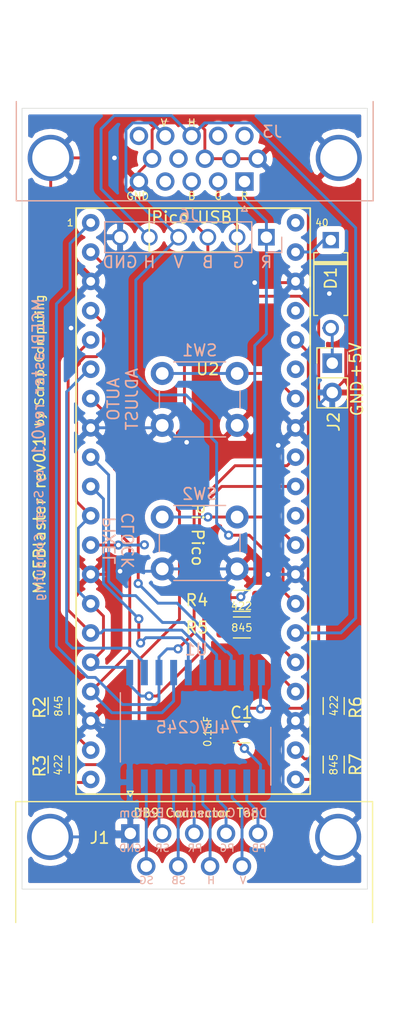
<source format=kicad_pcb>
(kicad_pcb (version 20171130) (host pcbnew 5.1.9+dfsg1-1+deb11u1)
  (layers (0 F.Cu signal) (31 B.Cu signal) (34 B.Paste user) (35 F.Paste user) (36 B.SilkS user) (37 F.SilkS user) (38 B.Mask user) (39 F.Mask user) (44 Edge.Cuts user))
  (net 0 "")
  (net 1 GND)
  (net 2 +5V)
  (net 3 +3V3)
  (net 4 "Net-(D1-Pad2)")
  (net 5 TTL_V)
  (net 6 TTL_H)
  (net 7 TTL_SB)
  (net 8 TTL_SG)
  (net 9 TTL_PB)
  (net 10 TTL_PG)
  (net 11 TTL_PR)
  (net 12 V)
  (net 13 "Net-(R2-Pad2)")
  (net 14 "Net-(R3-Pad2)")
  (net 15 "Net-(R4-Pad2)")
  (net 16 "Net-(R5-Pad2)")
  (net 17 "Net-(R6-Pad2)")
  (net 18 "Net-(R7-Pad2)")
  (net 19 AUTO_ADJUST)
  (net 20 H)
  (net 21 PR)
  (net 22 SR)
  (net 23 PG)
  (net 24 SG_INT)
  (net 25 PB)
  (net 26 SB)
  (net 27 TTL_SR)
  (net 28 VGA_V)
  (net 29 VGA_H)
  (net 30 VGA_B)
  (net 31 VGA_G)
  (net 32 VGA_R)
  (net 33 PX_CLK_BTN)
  (module Package_SO:SO-20_12.8x7.5mm_P1.27mm (layer B.Cu) (at 125.4252 62.8142 90)
    (fp_text reference U1 (at 6.7564 0.0508) (layer B.SilkS) (effects (justify mirror)))
    (fp_text value 74LS245)
    (pad 20 smd rect (at 4.75 5.715 90) (size 2.2 0.6) (layers B.Cu B.Paste B.Mask) (net 3 +3V3))
    (pad 19 smd rect (at 4.75 4.445 90) (size 2.2 0.6) (layers B.Cu B.Paste B.Mask) (net 1 GND))
    (pad 18 smd rect (at 4.75 3.175 90) (size 2.2 0.6) (layers B.Cu B.Paste B.Mask) (net 25 PB))
    (pad 17 smd rect (at 4.75 1.905 90) (size 2.2 0.6) (layers B.Cu B.Paste B.Mask) (net 12 V))
    (pad 16 smd rect (at 4.75 0.635 90) (size 2.2 0.6) (layers B.Cu B.Paste B.Mask) (net 23 PG))
    (pad 15 smd rect (at 4.75 -0.635 90) (size 2.2 0.6) (layers B.Cu B.Paste B.Mask) (net 20 H))
    (pad 14 smd rect (at 4.75 -1.905 90) (size 2.2 0.6) (layers B.Cu B.Paste B.Mask) (net 21 PR))
    (pad 13 smd rect (at 4.75 -3.175 90) (size 2.2 0.6) (layers B.Cu B.Paste B.Mask) (net 26 SB))
    (pad 12 smd rect (at 4.75 -4.445 90) (size 2.2 0.6) (layers B.Cu B.Paste B.Mask) (net 22 SR))
    (pad 11 smd rect (at 4.75 -5.715 90) (size 2.2 0.6) (layers B.Cu B.Paste B.Mask) (net 24 SG_INT))
    (pad 10 smd rect (at -4.75 -5.715 90) (size 2.2 0.6) (layers B.Cu B.Paste B.Mask) (net 1 GND))
    (pad 9 smd rect (at -4.75 -4.445 90) (size 2.2 0.6) (layers B.Cu B.Paste B.Mask) (net 8 TTL_SG))
    (pad 8 smd rect (at -4.75 -3.175 90) (size 2.2 0.6) (layers B.Cu B.Paste B.Mask) (net 27 TTL_SR))
    (pad 7 smd rect (at -4.75 -1.905 90) (size 2.2 0.6) (layers B.Cu B.Paste B.Mask) (net 7 TTL_SB))
    (pad 1 smd rect (at -4.75 5.715 90) (size 2.2 0.6) (layers B.Cu B.Paste B.Mask) (net 3 +3V3))
    (pad 2 smd rect (at -4.75 4.445 90) (size 2.2 0.6) (layers B.Cu B.Paste B.Mask) (net 9 TTL_PB))
    (pad 3 smd rect (at -4.75 3.175 90) (size 2.2 0.6) (layers B.Cu B.Paste B.Mask) (net 5 TTL_V))
    (pad 4 smd rect (at -4.75 1.905 90) (size 2.2 0.6) (layers B.Cu B.Paste B.Mask) (net 10 TTL_PG))
    (pad 5 smd rect (at -4.75 0.635 90) (size 2.2 0.6) (layers B.Cu B.Paste B.Mask) (net 6 TTL_H))
    (pad 6 smd rect (at -4.75 -0.635 90) (size 2.2 0.6) (layers B.Cu B.Paste B.Mask) (net 11 TTL_PR))
  )
  (module Button_Switch_THT:SW_PUSH_6mm (layer B.Cu) (at 129.032 44.577 180)
    (fp_text reference SW2 (at 3.25 2) (layer B.SilkS) (effects (justify mirror)))
    (fp_text value PX_CLK_BTN)
    (pad 1 thru_hole circle (at 6.5 0 90) (size 2 2) (drill 1.1) (layers *.Cu *.Mask) (net 33 PX_CLK_BTN))
    (pad 2 thru_hole circle (at 6.5 -4.5 90) (size 2 2) (drill 1.1) (layers *.Cu *.Mask) (net 1 GND))
    (pad 1 thru_hole circle (at 0 0 90) (size 2 2) (drill 1.1) (layers *.Cu *.Mask) (net 33 PX_CLK_BTN))
    (pad 2 thru_hole circle (at 0 -4.5 90) (size 2 2) (drill 1.1) (layers *.Cu *.Mask) (net 1 GND))
  )
  (module MCEBlaster:raspberry_pi_pico (layer F.Cu) (at 116.32438 19.06778)
    (fp_text reference U2 (at 10.16 12.7) (layer F.SilkS))
    (fp_text value RaspberryPi_Pico)
    (fp_text user 40 (at 20.066 0) (layer F.SilkS) (effects (font (size 0.6 0.6) (thickness 0.1))))
    (fp_text user 1 (at -1.778 0) (layer F.SilkS) (effects (font (size 0.6 0.6) (thickness 0.1))))
    (pad 1 thru_hole circle (at 0 0) (size 1.524 1.524) (drill 0.762) (layers *.Cu *.Mask) (net 26 SB))
    (pad 40 thru_hole circle (at 17.78 0) (size 1.524 1.524) (drill 0.762) (layers *.Cu *.Mask))
    (pad 39 thru_hole circle (at 17.78 2.54) (size 1.524 1.524) (drill 0.762) (layers *.Cu *.Mask) (net 2 +5V))
    (pad 38 thru_hole circle (at 17.78 5.08) (size 1.524 1.524) (drill 0.762) (layers *.Cu *.Mask) (net 1 GND))
    (pad 37 thru_hole circle (at 17.78 7.62) (size 1.524 1.524) (drill 0.762) (layers *.Cu *.Mask))
    (pad 36 thru_hole circle (at 17.78 10.16) (size 1.524 1.524) (drill 0.762) (layers *.Cu *.Mask) (net 3 +3V3))
    (pad 35 thru_hole circle (at 17.78 12.7) (size 1.524 1.524) (drill 0.762) (layers *.Cu *.Mask))
    (pad 34 thru_hole circle (at 17.78 15.24) (size 1.524 1.524) (drill 0.762) (layers *.Cu *.Mask) (net 19 AUTO_ADJUST))
    (pad 33 thru_hole circle (at 17.78 17.78) (size 1.524 1.524) (drill 0.762) (layers *.Cu *.Mask) (net 1 GND))
    (pad 32 thru_hole circle (at 17.78 20.32) (size 1.524 1.524) (drill 0.762) (layers *.Cu *.Mask) (net 26 SB))
    (pad 31 thru_hole circle (at 17.78 22.86) (size 1.524 1.524) (drill 0.762) (layers *.Cu *.Mask) (net 24 SG_INT))
    (pad 30 thru_hole circle (at 17.78 25.4) (size 1.524 1.524) (drill 0.762) (layers *.Cu *.Mask))
    (pad 29 thru_hole circle (at 17.78 27.94) (size 1.524 1.524) (drill 0.762) (layers *.Cu *.Mask) (net 33 PX_CLK_BTN))
    (pad 28 thru_hole circle (at 17.78 30.48) (size 1.524 1.524) (drill 0.762) (layers *.Cu *.Mask) (net 1 GND))
    (pad 27 thru_hole circle (at 17.78 33.02) (size 1.524 1.524) (drill 0.762) (layers *.Cu *.Mask) (net 28 VGA_V))
    (pad 26 thru_hole circle (at 17.78 35.56) (size 1.524 1.524) (drill 0.762) (layers *.Cu *.Mask) (net 29 VGA_H))
    (pad 25 thru_hole circle (at 17.78 38.1) (size 1.524 1.524) (drill 0.762) (layers *.Cu *.Mask) (net 15 "Net-(R4-Pad2)"))
    (pad 24 thru_hole circle (at 17.78 40.64) (size 1.524 1.524) (drill 0.762) (layers *.Cu *.Mask) (net 16 "Net-(R5-Pad2)"))
    (pad 23 thru_hole circle (at 17.78 43.18) (size 1.524 1.524) (drill 0.762) (layers *.Cu *.Mask) (net 1 GND))
    (pad 22 thru_hole circle (at 17.78 45.72) (size 1.524 1.524) (drill 0.762) (layers *.Cu *.Mask) (net 17 "Net-(R6-Pad2)"))
    (pad 21 thru_hole circle (at 17.78 48.26) (size 1.524 1.524) (drill 0.762) (layers *.Cu *.Mask) (net 18 "Net-(R7-Pad2)"))
    (pad 20 thru_hole circle (at 0 48.26) (size 1.524 1.524) (drill 0.762) (layers *.Cu *.Mask) (net 14 "Net-(R3-Pad2)"))
    (pad 19 thru_hole circle (at 0 45.72) (size 1.524 1.524) (drill 0.762) (layers *.Cu *.Mask) (net 13 "Net-(R2-Pad2)"))
    (pad 18 thru_hole circle (at 0 43.18) (size 1.524 1.524) (drill 0.762) (layers *.Cu *.Mask) (net 1 GND))
    (pad 17 thru_hole circle (at 0 40.64) (size 1.524 1.524) (drill 0.762) (layers *.Cu *.Mask) (net 21 PR))
    (pad 16 thru_hole circle (at 0 38.1) (size 1.524 1.524) (drill 0.762) (layers *.Cu *.Mask) (net 24 SG_INT))
    (pad 15 thru_hole circle (at 0 35.56) (size 1.524 1.524) (drill 0.762) (layers *.Cu *.Mask) (net 23 PG))
    (pad 14 thru_hole circle (at 0 33.02) (size 1.524 1.524) (drill 0.762) (layers *.Cu *.Mask) (net 24 SG_INT))
    (pad 13 thru_hole circle (at 0 30.48) (size 1.524 1.524) (drill 0.762) (layers *.Cu *.Mask) (net 1 GND))
    (pad 12 thru_hole circle (at 0 27.94) (size 1.524 1.524) (drill 0.762) (layers *.Cu *.Mask) (net 25 PB))
    (pad 11 thru_hole circle (at 0 25.4) (size 1.524 1.524) (drill 0.762) (layers *.Cu *.Mask) (net 24 SG_INT))
    (pad 10 thru_hole circle (at 0 22.86) (size 1.524 1.524) (drill 0.762) (layers *.Cu *.Mask) (net 20 H))
    (pad 9 thru_hole circle (at 0 20.32) (size 1.524 1.524) (drill 0.762) (layers *.Cu *.Mask) (net 12 V))
    (pad 8 thru_hole circle (at 0 17.78) (size 1.524 1.524) (drill 0.762) (layers *.Cu *.Mask) (net 1 GND))
    (pad 7 thru_hole circle (at 0 15.24) (size 1.524 1.524) (drill 0.762) (layers *.Cu *.Mask) (net 21 PR))
    (pad 6 thru_hole circle (at 0 12.7) (size 1.524 1.524) (drill 0.762) (layers *.Cu *.Mask) (net 22 SR))
    (pad 5 thru_hole circle (at 0 10.16) (size 1.524 1.524) (drill 0.762) (layers *.Cu *.Mask) (net 23 PG))
    (pad 4 thru_hole circle (at 0 7.62) (size 1.524 1.524) (drill 0.762) (layers *.Cu *.Mask) (net 24 SG_INT))
    (pad 3 thru_hole circle (at 0 5.08) (size 1.524 1.524) (drill 0.762) (layers *.Cu *.Mask) (net 1 GND))
    (pad 2 thru_hole circle (at 0 2.54) (size 1.524 1.524) (drill 0.762) (layers *.Cu *.Mask) (net 25 PB))
  )
  (module Button_Switch_THT:SW_PUSH_6mm (layer B.Cu) (at 129.032 32.131 180)
    (fp_text reference SW1 (at 3.25 2) (layer B.SilkS) (effects (justify mirror)))
    (fp_text value AUTO_ADJUST)
    (pad 1 thru_hole circle (at 6.5 0 90) (size 2 2) (drill 1.1) (layers *.Cu *.Mask) (net 19 AUTO_ADJUST))
    (pad 2 thru_hole circle (at 6.5 -4.5 90) (size 2 2) (drill 1.1) (layers *.Cu *.Mask) (net 1 GND))
    (pad 1 thru_hole circle (at 0 0 90) (size 2 2) (drill 1.1) (layers *.Cu *.Mask) (net 19 AUTO_ADJUST))
    (pad 2 thru_hole circle (at 0 -4.5 90) (size 2 2) (drill 1.1) (layers *.Cu *.Mask) (net 1 GND))
  )
  (module Resistor_SMD:R_1206_3216Metric_Pad1.30x1.75mm_HandSolder (layer F.Cu) (at 129.4384 54.1528)
    (fp_text reference R5 (at -3.89636 0.01524 180) (layer F.SilkS))
    (fp_text value 845)
    (pad 2 smd roundrect (at 1.55 0) (size 1.3 1.75) (layers F.Cu F.Paste F.Mask) (roundrect_rratio 0.192308) (net 16 "Net-(R5-Pad2)"))
    (pad 1 smd roundrect (at -1.55 0) (size 1.3 1.75) (layers F.Cu F.Paste F.Mask) (roundrect_rratio 0.192308) (net 32 VGA_R))
  )
  (module Resistor_SMD:R_1206_3216Metric_Pad1.30x1.75mm_HandSolder (layer F.Cu) (at 137.414 66.04 270)
    (fp_text reference R7 (at 0 -1.905 270) (layer F.SilkS))
    (fp_text value 845)
    (pad 2 smd roundrect (at 1.55 0 270) (size 1.3 1.75) (layers F.Cu F.Paste F.Mask) (roundrect_rratio 0.192308) (net 18 "Net-(R7-Pad2)"))
    (pad 1 smd roundrect (at -1.55 0 270) (size 1.3 1.75) (layers F.Cu F.Paste F.Mask) (roundrect_rratio 0.192308) (net 31 VGA_G))
  )
  (module Connector_PinHeader_2.54mm:PinHeader_1x02_P2.54mm_Vertical (layer F.Cu) (at 137.287 31.242)
    (fp_text reference J2 (at 0.127 5.08 90) (layer F.SilkS))
    (fp_text value Conn_01x02_Male)
    (pad 2 thru_hole oval (at 0 2.54) (size 1.7 1.7) (drill 1) (layers *.Cu *.Mask) (net 1 GND))
    (pad 1 thru_hole rect (at 0 0) (size 1.7 1.7) (drill 1) (layers *.Cu *.Mask) (net 4 "Net-(D1-Pad2)"))
  )
  (module Connector_PinHeader_2.54mm:PinHeader_1x06_P2.54mm_Vertical (layer B.Cu) (at 131.572 20.32 90)
    (fp_text reference J6 (at 1.905 -6.731) (layer B.SilkS) (effects (justify mirror)))
    (fp_text value Conn_01x06_Male)
    (pad 6 thru_hole oval (at 0 -12.7 90) (size 1.446 1.446) (drill 1) (layers *.Cu *.Mask) (net 1 GND))
    (pad 5 thru_hole oval (at 0 -10.16 90) (size 1.446 1.446) (drill 1) (layers *.Cu *.Mask) (net 29 VGA_H))
    (pad 4 thru_hole oval (at 0 -7.62 90) (size 1.446 1.446) (drill 1) (layers *.Cu *.Mask) (net 28 VGA_V))
    (pad 3 thru_hole oval (at 0 -5.08 90) (size 1.446 1.446) (drill 1) (layers *.Cu *.Mask) (net 30 VGA_B))
    (pad 2 thru_hole oval (at 0 -2.54 90) (size 1.446 1.446) (drill 1) (layers *.Cu *.Mask) (net 31 VGA_G))
    (pad 1 thru_hole rect (at 0 0 90) (size 1.446 1.446) (drill 1) (layers *.Cu *.Mask) (net 32 VGA_R))
  )
  (module Resistor_SMD:R_1206_3216Metric_Pad1.30x1.75mm_HandSolder (layer F.Cu) (at 113.538 60.96 90)
    (fp_text reference R2 (at -0.127 -1.651 90) (layer F.SilkS))
    (fp_text value 845)
    (pad 2 smd roundrect (at 1.55 0 90) (size 1.3 1.75) (layers F.Cu F.Paste F.Mask) (roundrect_rratio 0.192308) (net 13 "Net-(R2-Pad2)"))
    (pad 1 smd roundrect (at -1.55 0 90) (size 1.3 1.75) (layers F.Cu F.Paste F.Mask) (roundrect_rratio 0.192308) (net 30 VGA_B))
  )
  (module Resistor_SMD:R_1206_3216Metric_Pad1.30x1.75mm_HandSolder (layer F.Cu) (at 129.4384 51.8414)
    (fp_text reference R4 (at -3.89636 -0.0508 180) (layer F.SilkS))
    (fp_text value 422)
    (pad 2 smd roundrect (at 1.55 0) (size 1.3 1.75) (layers F.Cu F.Paste F.Mask) (roundrect_rratio 0.192308) (net 15 "Net-(R4-Pad2)"))
    (pad 1 smd roundrect (at -1.55 0) (size 1.3 1.75) (layers F.Cu F.Paste F.Mask) (roundrect_rratio 0.192308) (net 32 VGA_R))
  )
  (module Connector_Dsub:DSUB-9_Male_Horizontal_P2.77x2.84mm_EdgePinOffset4.94mm_Housed_MountingHolesOffset7.48mm (layer F.Cu) (at 119.761 72.009)
    (fp_text reference J1 (at -2.667 0.381) (layer F.SilkS))
    (fp_text value DB9_Male_MountingHoles)
    (pad 0 thru_hole circle (at 18.04 0.3) (size 4 4) (drill 3.2) (layers *.Cu *.Mask) (net 1 GND))
    (pad 0 thru_hole circle (at -6.96 0.3) (size 4 4) (drill 3.2) (layers *.Cu *.Mask) (net 1 GND))
    (pad 9 thru_hole circle (at 9.695 2.84) (size 1.6 1.6) (drill 1) (layers *.Cu *.Mask) (net 5 TTL_V))
    (pad 8 thru_hole circle (at 6.925 2.84) (size 1.6 1.6) (drill 1) (layers *.Cu *.Mask) (net 6 TTL_H))
    (pad 7 thru_hole circle (at 4.155 2.84) (size 1.6 1.6) (drill 1) (layers *.Cu *.Mask) (net 7 TTL_SB))
    (pad 6 thru_hole circle (at 1.385 2.84) (size 1.6 1.6) (drill 1) (layers *.Cu *.Mask) (net 8 TTL_SG))
    (pad 5 thru_hole circle (at 11.08 0) (size 1.6 1.6) (drill 1) (layers *.Cu *.Mask) (net 9 TTL_PB))
    (pad 4 thru_hole circle (at 8.31 0) (size 1.6 1.6) (drill 1) (layers *.Cu *.Mask) (net 10 TTL_PG))
    (pad 3 thru_hole circle (at 5.54 0) (size 1.6 1.6) (drill 1) (layers *.Cu *.Mask) (net 11 TTL_PR))
    (pad 2 thru_hole circle (at 2.77 0) (size 1.6 1.6) (drill 1) (layers *.Cu *.Mask) (net 27 TTL_SR))
    (pad 1 thru_hole rect (at 0 0) (size 1.6 1.6) (drill 1) (layers *.Cu *.Mask) (net 1 GND))
  )
  (module Resistor_SMD:R_1206_3216Metric_Pad1.30x1.75mm_HandSolder (layer F.Cu) (at 137.414 60.96 90)
    (fp_text reference R6 (at -0.127 1.905 90) (layer F.SilkS))
    (fp_text value 422)
    (pad 2 smd roundrect (at 1.55 0 90) (size 1.3 1.75) (layers F.Cu F.Paste F.Mask) (roundrect_rratio 0.192308) (net 17 "Net-(R6-Pad2)"))
    (pad 1 smd roundrect (at -1.55 0 90) (size 1.3 1.75) (layers F.Cu F.Paste F.Mask) (roundrect_rratio 0.192308) (net 31 VGA_G))
  )
  (module Resistor_SMD:R_1206_3216Metric_Pad1.30x1.75mm_HandSolder (layer F.Cu) (at 113.538 66.04 270)
    (fp_text reference R3 (at 0.127 1.651 90) (layer F.SilkS))
    (fp_text value 422)
    (pad 2 smd roundrect (at 1.55 0 270) (size 1.3 1.75) (layers F.Cu F.Paste F.Mask) (roundrect_rratio 0.192308) (net 14 "Net-(R3-Pad2)"))
    (pad 1 smd roundrect (at -1.55 0 270) (size 1.3 1.75) (layers F.Cu F.Paste F.Mask) (roundrect_rratio 0.192308) (net 30 VGA_B))
  )
  (module Connector_Dsub:DSUB-15-HD_Female_Horizontal_P2.29x1.98mm_EdgePinOffset3.03mm_Housed_MountingHolesOffset4.94mm (layer B.Cu) (at 129.667 15.494)
    (fp_text reference J3 (at 2.413 -4.318 180) (layer B.SilkS) (effects (justify mirror)))
    (fp_text value DB15_Male_HighDensity_MountingHoles)
    (pad 0 thru_hole circle (at 8.185 -2.05) (size 4 4) (drill 3.2) (layers *.Cu *.Mask) (net 1 GND))
    (pad 0 thru_hole circle (at -16.815 -2.05) (size 4 4) (drill 3.2) (layers *.Cu *.Mask) (net 1 GND))
    (pad 15 thru_hole circle (at -9.16 -3.96) (size 1.6 1.6) (drill 1) (layers *.Cu *.Mask))
    (pad 14 thru_hole circle (at -6.87 -3.96) (size 1.6 1.6) (drill 1) (layers *.Cu *.Mask) (net 28 VGA_V))
    (pad 13 thru_hole circle (at -4.58 -3.96) (size 1.6 1.6) (drill 1) (layers *.Cu *.Mask) (net 29 VGA_H))
    (pad 12 thru_hole circle (at -2.29 -3.96) (size 1.6 1.6) (drill 1) (layers *.Cu *.Mask))
    (pad 11 thru_hole circle (at 0 -3.96) (size 1.6 1.6) (drill 1) (layers *.Cu *.Mask))
    (pad 10 thru_hole circle (at -8.015 -1.98) (size 1.6 1.6) (drill 1) (layers *.Cu *.Mask) (net 1 GND))
    (pad 9 thru_hole circle (at -5.725 -1.98) (size 1.6 1.6) (drill 1) (layers *.Cu *.Mask))
    (pad 8 thru_hole circle (at -3.435 -1.98) (size 1.6 1.6) (drill 1) (layers *.Cu *.Mask) (net 1 GND))
    (pad 7 thru_hole circle (at -1.145 -1.98) (size 1.6 1.6) (drill 1) (layers *.Cu *.Mask) (net 1 GND))
    (pad 6 thru_hole circle (at 1.145 -1.98) (size 1.6 1.6) (drill 1) (layers *.Cu *.Mask) (net 1 GND))
    (pad 5 thru_hole circle (at -9.16 0) (size 1.6 1.6) (drill 1) (layers *.Cu *.Mask) (net 1 GND))
    (pad 4 thru_hole circle (at -6.87 0) (size 1.6 1.6) (drill 1) (layers *.Cu *.Mask))
    (pad 3 thru_hole circle (at -4.58 0) (size 1.6 1.6) (drill 1) (layers *.Cu *.Mask) (net 30 VGA_B))
    (pad 2 thru_hole circle (at -2.29 0) (size 1.6 1.6) (drill 1) (layers *.Cu *.Mask) (net 31 VGA_G))
    (pad 1 thru_hole rect (at 0 0) (size 1.6 1.6) (drill 1) (layers *.Cu *.Mask) (net 32 VGA_R))
  )
  (module Diode_THT:D_A-405_P7.62mm_Horizontal (layer F.Cu) (at 137.16 20.574 270)
    (fp_text reference D1 (at 3.302 0 90) (layer F.SilkS))
    (fp_text value D_Schottky)
    (pad 2 thru_hole oval (at 7.62 0 270) (size 1.419 1.419) (drill 0.9) (layers *.Cu *.Mask) (net 4 "Net-(D1-Pad2)"))
    (pad 1 thru_hole rect (at 0 0 270) (size 1.419 1.419) (drill 0.9) (layers *.Cu *.Mask) (net 2 +5V))
  )
  (module Capacitor_SMD:C_1206_3216Metric_Pad1.33x1.80mm_HandSolder (layer F.Cu) (at 129.413 63.246)
    (fp_text reference C1 (at 0 -1.7145 180) (layer F.SilkS))
    (fp_text value 0.1uF)
    (pad 2 smd roundrect (at 1.5625 0) (size 1.325 1.8) (layers F.Cu F.Paste F.Mask) (roundrect_rratio 0.188679) (net 1 GND))
    (pad 1 smd roundrect (at -1.5625 0) (size 1.325 1.8) (layers F.Cu F.Paste F.Mask) (roundrect_rratio 0.188679) (net 3 +3V3))
  )
  (gr_text 0.1uF (at 126.4666 63.1698 90) (layer F.SilkS) (effects (font (size 0.6444 0.6444) (thickness 0.0992))))
  (gr_text 845 (at 129.4384 54.1782) (layer F.SilkS) (effects (font (size 0.6444 0.6444) (thickness 0.0992))))
  (gr_text 845 (at 137.414 66.04 90) (layer F.SilkS) (effects (font (size 0.6444 0.6444) (thickness 0.0992))))
  (gr_text 422 (at 129.413 52.2986) (layer F.SilkS) (effects (font (size 0.6444 0.6444) (thickness 0.0992))))
  (gr_text 422 (at 137.4394 60.9346 90) (layer F.SilkS) (effects (font (size 0.6444 0.6444) (thickness 0.0992))))
  (gr_text 422 (at 113.5126 66.0654 90) (layer F.SilkS) (effects (font (size 0.6444 0.6444) (thickness 0.0992))))
  (gr_text 845 (at 113.538 60.96 90) (layer F.SilkS) (effects (font (size 0.6444 0.6444) (thickness 0.0992))))
  (gr_text 74LVC245 (at 125.6792 62.8142) (layer B.SilkS) (effects (font (size 1 1)) (justify mirror)))
  (gr_text "PIXEL\nCLOCK" (at 118.7704 46.609 90) (layer B.SilkS) (effects (font (size 1 1)) (justify mirror)))
  (gr_text GND (at 118.872 22.479) (layer B.SilkS) (effects (font (size 1 1)) (justify mirror)))
  (gr_text H (at 121.412 22.479) (layer B.SilkS) (effects (font (size 1 1)) (justify mirror)))
  (gr_text V (at 123.952 22.479) (layer B.SilkS) (effects (font (size 1 1)) (justify mirror)))
  (gr_text R (at 131.572 22.479) (layer B.SilkS) (effects (font (size 1 1)) (justify mirror)))
  (gr_text B (at 126.492 22.479) (layer B.SilkS) (effects (font (size 1 1)) (justify mirror)))
  (gr_text G (at 129.159 22.479) (layer B.SilkS) (effects (font (size 1 1)) (justify mirror)))
  (gr_text GND (at 139.446 34.29 90) (layer F.SilkS) (effects (font (size 1.0174 1.0174) (thickness 0.1476))))
  (gr_text +5V (at 139.319 30.988 90) (layer F.SilkS) (effects (font (size 1.0174 1.0174) (thickness 0.1476))))
  (gr_text H (at 125.095 10.414) (layer F.SilkS) (effects (font (size 0.6444 0.6444) (thickness 0.0992))))
  (gr_text V (at 122.682 10.414) (layer F.SilkS) (effects (font (size 0.6444 0.6444) (thickness 0.0992))))
  (gr_text GND (at 120.396 16.764) (layer F.SilkS) (effects (font (size 0.6444 0.6444) (thickness 0.0992))))
  (gr_text B (at 125.095 16.764) (layer F.SilkS) (effects (font (size 0.6444 0.6444) (thickness 0.0992))))
  (gr_text G (at 127.381 16.764) (layer F.SilkS) (effects (font (size 0.6444 0.6444) (thickness 0.0992))))
  (gr_text R (at 129.667 16.764) (layer F.SilkS) (effects (font (size 0.6444 0.6444) (thickness 0.0992))))
  (gr_text GND (at 119.761 73.279) (layer B.SilkS) (effects (font (size 0.6444 0.6444) (thickness 0.0992)) (justify mirror)))
  (gr_text SR (at 122.555 73.279) (layer B.SilkS) (effects (font (size 0.6444 0.6444) (thickness 0.0992)) (justify mirror)))
  (gr_text PR (at 125.3744 73.279) (layer B.SilkS) (effects (font (size 0.6444 0.6444) (thickness 0.0992)) (justify mirror)))
  (gr_text PG (at 128.1684 73.279) (layer B.SilkS) (effects (font (size 0.6444 0.6444) (thickness 0.0992)) (justify mirror)))
  (gr_text PB (at 130.937 73.279) (layer B.SilkS) (effects (font (size 0.6444 0.6444) (thickness 0.0992)) (justify mirror)))
  (gr_text SG (at 121.158 76.073) (layer B.SilkS) (effects (font (size 0.6444 0.6444) (thickness 0.0992)) (justify mirror)))
  (gr_text SB (at 123.952 76.073) (layer B.SilkS) (effects (font (size 0.6444 0.6444) (thickness 0.0992)) (justify mirror)))
  (gr_text H (at 126.7714 76.073) (layer B.SilkS) (effects (font (size 0.6444 0.6444) (thickness 0.0992)) (justify mirror)))
  (gr_text V (at 129.54 76.073) (layer B.SilkS) (effects (font (size 0.6444 0.6444) (thickness 0.0992)) (justify mirror)))
  (gr_text "Pico USB" (at 125.095 18.6055) (layer F.SilkS) (effects (font (size 1 1))))
  (gr_text "Pi Pico" (at 125.603 46.101 -90) (layer F.SilkS) (effects (font (size 1 1))))
  (gr_text "DB9 Connector Bottom" (at 125.222 70.231) (layer B.SilkS) (effects (font (size 0.746 0.746) (thickness 0.1246)) (justify mirror)))
  (gr_text "DB9 Connector Top" (at 125.476 70.231) (layer F.SilkS) (effects (font (size 0.746 0.746) (thickness 0.1246))))
  (gr_text "MCEBlaster rev0.1" (at 111.887 44.3992 90) (layer F.SilkS) (effects (font (size 1 1))))
  (gr_text "by Scrap Computing" (at 111.887 31.0134 90) (layer F.SilkS) (effects (font (size 0.746 0.746) (thickness 0.1246))))
  (gr_text "AUTO\nADJUST" (at 119.1006 34.3662 90) (layer B.SilkS) (effects (font (size 1 1)) (justify mirror)))
  (gr_text "by Scrap Computing" (at 111.8362 46.1518 90) (layer B.SilkS) (effects (font (size 0.746 0.746) (thickness 0.1246)) (justify mirror)))
  (gr_text "MCEBlaster rev0.1" (at 111.7854 32.4612 90) (layer B.SilkS) (effects (font (size 1 1)) (justify mirror)))
  (gr_line (start 140.335 9.144) (end 110.363 9.144) (layer Edge.Cuts) (width 0.05))
  (gr_line (start 140.335 76.835) (end 140.335 9.144) (layer Edge.Cuts) (width 0.05))
  (gr_line (start 110.363 76.835) (end 140.335 76.835) (layer Edge.Cuts) (width 0.05))
  (gr_line (start 110.363 9.144) (end 110.363 76.835) (layer Edge.Cuts) (width 0.05))
  (segment (start 122.321499 36.841501) (end 122.532 36.631) (width 0.25) (layer B.Cu) (net 1))
  (segment (start 116.343501 36.841501) (end 122.321499 36.841501) (width 0.25) (layer B.Cu) (net 1))
  (segment (start 134.123501 36.841501) (end 132.599501 38.365501) (width 0.25) (layer F.Cu) (net 1))
  (segment (start 124.6505 38.1) (end 124.6505 38.1) (width 0.25) (layer F.Cu) (net 1))
  (via (at 124.6505 38.1) (size 0.8) (drill 0.4) (layers F.Cu B.Cu) (net 1))
  (segment (start 124.001 38.1) (end 124.6505 38.1) (width 0.25) (layer B.Cu) (net 1))
  (segment (start 122.532 36.631) (end 124.001 38.1) (width 0.25) (layer B.Cu) (net 1))
  (via (at 132.599501 38.365501) (size 0.8) (drill 0.4) (layers F.Cu B.Cu) (net 1))
  (via (at 137.033 25.2095) (size 0.8) (drill 0.4) (layers F.Cu B.Cu) (net 1))
  (segment (start 116.343501 62.241501) (end 116.876901 62.241501) (width 0.25) (layer B.Cu) (net 1))
  (segment (start 116.876901 62.241501) (end 117.264745 62.629345) (width 0.25) (layer B.Cu) (net 1))
  (segment (start 120.479255 62.629345) (end 126.587955 62.629345) (width 0.25) (layer B.Cu) (net 1))
  (segment (start 133.309902 63.0551) (end 134.123501 62.241501) (width 0.25) (layer B.Cu) (net 1))
  (segment (start 130.7592 63.0551) (end 133.309902 63.0551) (width 0.25) (layer B.Cu) (net 1))
  (segment (start 130.333445 62.629345) (end 130.7592 63.0551) (width 0.25) (layer B.Cu) (net 1))
  (segment (start 126.587955 62.629345) (end 129.355145 62.629345) (width 0.25) (layer B.Cu) (net 1))
  (segment (start 119.461 72.309) (end 119.761 72.009) (width 0.25) (layer B.Cu) (net 1))
  (segment (start 112.801 72.309) (end 119.461 72.309) (width 0.25) (layer B.Cu) (net 1))
  (segment (start 135.210502 17.912502) (end 130.812 13.514) (width 0.25) (layer F.Cu) (net 1))
  (segment (start 134.123501 24.141501) (end 135.210502 23.0545) (width 0.25) (layer F.Cu) (net 1))
  (segment (start 130.812 13.514) (end 128.522 13.514) (width 0.25) (layer F.Cu) (net 1))
  (segment (start 128.522 13.514) (end 126.232 13.514) (width 0.25) (layer F.Cu) (net 1))
  (segment (start 118.457 13.444) (end 120.507 15.494) (width 0.25) (layer F.Cu) (net 1))
  (segment (start 112.852 13.444) (end 118.382 13.444) (width 0.25) (layer F.Cu) (net 1))
  (segment (start 120.507 14.659) (end 121.652 13.514) (width 0.25) (layer F.Cu) (net 1))
  (segment (start 120.507 15.494) (end 120.507 14.659) (width 0.25) (layer F.Cu) (net 1))
  (segment (start 126.232 11.013998) (end 126.232 13.514) (width 0.25) (layer F.Cu) (net 1))
  (segment (start 125.627001 10.408999) (end 126.232 11.013998) (width 0.25) (layer F.Cu) (net 1))
  (segment (start 122.256999 10.408999) (end 125.627001 10.408999) (width 0.25) (layer F.Cu) (net 1))
  (segment (start 121.652 11.013998) (end 122.256999 10.408999) (width 0.25) (layer F.Cu) (net 1))
  (segment (start 121.652 13.514) (end 121.652 11.013998) (width 0.25) (layer F.Cu) (net 1))
  (segment (start 112.7885 13.5075) (end 112.852 13.444) (width 0.25) (layer F.Cu) (net 1))
  (segment (start 135.210502 16.085498) (end 137.852 13.444) (width 0.25) (layer F.Cu) (net 1))
  (segment (start 135.210502 17.912502) (end 135.210502 16.085498) (width 0.25) (layer F.Cu) (net 1))
  (segment (start 135.210502 23.387002) (end 137.033 25.2095) (width 0.25) (layer F.Cu) (net 1))
  (segment (start 135.210502 22.904498) (end 135.210502 23.387002) (width 0.25) (layer F.Cu) (net 1))
  (segment (start 135.210502 23.0545) (end 135.210502 22.904498) (width 0.25) (layer F.Cu) (net 1))
  (segment (start 135.210502 22.904498) (end 135.210502 17.912502) (width 0.25) (layer F.Cu) (net 1))
  (segment (start 112.852 19.99) (end 112.776 20.066) (width 0.25) (layer F.Cu) (net 1))
  (segment (start 112.852 13.444) (end 112.852 19.99) (width 0.25) (layer F.Cu) (net 1))
  (segment (start 116.343501 23.633501) (end 116.343501 24.141501) (width 0.25) (layer F.Cu) (net 1))
  (segment (start 112.776 20.066) (end 116.343501 23.633501) (width 0.25) (layer F.Cu) (net 1))
  (segment (start 114.6175 25.867502) (end 116.343501 24.141501) (width 0.25) (layer F.Cu) (net 1))
  (segment (start 114.6175 28.194) (end 114.6175 25.867502) (width 0.25) (layer F.Cu) (net 1))
  (via (at 114.6175 28.194) (size 0.8) (drill 0.4) (layers F.Cu B.Cu) (net 1))
  (segment (start 118.872 21.613002) (end 118.872 20.32) (width 0.25) (layer B.Cu) (net 1))
  (segment (start 116.343501 24.141501) (end 118.872 21.613002) (width 0.25) (layer B.Cu) (net 1))
  (segment (start 136.652 34.313002) (end 136.652 33.782) (width 0.25) (layer B.Cu) (net 1))
  (segment (start 134.123501 36.841501) (end 136.652 34.313002) (width 0.25) (layer B.Cu) (net 1))
  (segment (start 130.406 24.257) (end 130.556 24.257) (width 0.25) (layer B.Cu) (net 1))
  (segment (start 130.556 24.257) (end 130.556 24.257) (width 0.25) (layer B.Cu) (net 1))
  (via (at 130.556 24.257) (size 0.8) (drill 0.4) (layers F.Cu B.Cu) (net 1))
  (segment (start 134.008002 24.257) (end 134.123501 24.141501) (width 0.25) (layer F.Cu) (net 1))
  (segment (start 130.556 24.257) (end 134.008002 24.257) (width 0.25) (layer F.Cu) (net 1))
  (segment (start 118.382 13.444) (end 118.457 13.444) (width 0.25) (layer F.Cu) (net 1))
  (via (at 118.382 13.444) (size 0.8) (drill 0.4) (layers F.Cu B.Cu) (net 1))
  (segment (start 133.119002 63.246) (end 134.123501 62.241501) (width 0.25) (layer F.Cu) (net 1))
  (segment (start 130.9755 63.246) (end 133.119002 63.246) (width 0.25) (layer F.Cu) (net 1))
  (segment (start 129.794 62.611) (end 129.812345 62.629345) (width 0.25) (layer B.Cu) (net 1))
  (segment (start 129.794 57.607) (end 129.794 62.611) (width 0.25) (layer B.Cu) (net 1))
  (segment (start 129.812345 62.629345) (end 130.333445 62.629345) (width 0.25) (layer B.Cu) (net 1))
  (segment (start 129.355145 62.629345) (end 129.812345 62.629345) (width 0.25) (layer B.Cu) (net 1))
  (segment (start 129.812345 62.629345) (end 129.812345 62.629345) (width 0.25) (layer B.Cu) (net 1))
  (via (at 129.812345 62.629345) (size 0.8) (drill 0.4) (layers F.Cu B.Cu) (net 1))
  (segment (start 130.358845 62.629345) (end 130.9755 63.246) (width 0.25) (layer F.Cu) (net 1))
  (segment (start 129.812345 62.629345) (end 130.358845 62.629345) (width 0.25) (layer F.Cu) (net 1))
  (segment (start 129.794 53.871002) (end 134.123501 49.541501) (width 0.25) (layer B.Cu) (net 1))
  (segment (start 129.794 57.607) (end 129.794 53.871002) (width 0.25) (layer B.Cu) (net 1))
  (segment (start 127.563 38.1) (end 129.032 36.631) (width 0.25) (layer F.Cu) (net 1))
  (segment (start 124.6505 38.1) (end 127.563 38.1) (width 0.25) (layer F.Cu) (net 1))
  (segment (start 138.462001 32.606999) (end 138.462001 26.638501) (width 0.25) (layer F.Cu) (net 1))
  (segment (start 138.462001 26.638501) (end 137.033 25.2095) (width 0.25) (layer F.Cu) (net 1))
  (segment (start 137.287 33.782) (end 138.462001 32.606999) (width 0.25) (layer F.Cu) (net 1))
  (segment (start 137.476838 72.309) (end 137.801 72.309) (width 0.25) (layer B.Cu) (net 1))
  (segment (start 133.017379 67.849541) (end 137.476838 72.309) (width 0.25) (layer B.Cu) (net 1))
  (segment (start 133.017379 63.334781) (end 133.017379 67.849541) (width 0.25) (layer B.Cu) (net 1))
  (segment (start 134.10438 62.24778) (end 133.017379 63.334781) (width 0.25) (layer B.Cu) (net 1))
  (segment (start 132.9995 48.4429) (end 134.10438 49.54778) (width 0.25) (layer B.Cu) (net 1))
  (segment (start 132.9995 38.7655) (end 132.9995 48.4429) (width 0.25) (layer B.Cu) (net 1))
  (segment (start 132.599501 38.365501) (end 132.9995 38.7655) (width 0.25) (layer B.Cu) (net 1))
  (segment (start 134.10438 49.54778) (end 131.71678 49.54778) (width 0.25) (layer B.Cu) (net 1))
  (segment (start 131.71678 49.54778) (end 131.572 49.403) (width 0.25) (layer B.Cu) (net 1))
  (segment (start 131.71678 49.54778) (end 131.71678 49.54778) (width 0.25) (layer B.Cu) (net 1))
  (via (at 131.71678 49.54778) (size 0.8) (drill 0.4) (layers F.Cu B.Cu) (net 1))
  (segment (start 131.246 49.077) (end 131.71678 49.54778) (width 0.25) (layer F.Cu) (net 1))
  (segment (start 129.032 49.077) (end 131.246 49.077) (width 0.25) (layer F.Cu) (net 1))
  (segment (start 116.32438 49.54778) (end 118.60022 49.54778) (width 0.25) (layer F.Cu) (net 1))
  (segment (start 118.60022 49.54778) (end 118.872 49.276) (width 0.25) (layer F.Cu) (net 1))
  (segment (start 118.872 49.276) (end 118.872 49.276) (width 0.25) (layer F.Cu) (net 1))
  (via (at 118.872 49.276) (size 0.8) (drill 0.4) (layers F.Cu B.Cu) (net 1))
  (segment (start 122.333 49.276) (end 122.532 49.077) (width 0.25) (layer B.Cu) (net 1))
  (segment (start 118.872 49.276) (end 122.333 49.276) (width 0.25) (layer B.Cu) (net 1))
  (segment (start 130.532998 38.1) (end 130.798499 38.365501) (width 0.25) (layer F.Cu) (net 1))
  (segment (start 127.563 38.1) (end 130.532998 38.1) (width 0.25) (layer F.Cu) (net 1))
  (segment (start 130.798499 38.365501) (end 132.599501 38.365501) (width 0.25) (layer F.Cu) (net 1))
  (segment (start 119.7102 71.9582) (end 119.761 72.009) (width 0.25) (layer B.Cu) (net 1))
  (segment (start 119.7102 67.4118) (end 119.7102 71.9582) (width 0.25) (layer B.Cu) (net 1))
  (segment (start 119.895055 62.629345) (end 120.479255 62.629345) (width 0.25) (layer B.Cu) (net 1))
  (segment (start 119.7102 62.8142) (end 119.895055 62.629345) (width 0.25) (layer B.Cu) (net 1))
  (segment (start 119.7102 67.4118) (end 119.7102 62.8142) (width 0.25) (layer B.Cu) (net 1))
  (segment (start 117.264745 62.629345) (end 119.895055 62.629345) (width 0.25) (layer B.Cu) (net 1))
  (segment (start 122.532 49.077) (end 129.032 49.077) (width 0.25) (layer B.Cu) (net 1))
  (segment (start 135.497499 21.601501) (end 136.525 20.574) (width 0.25) (layer B.Cu) (net 2))
  (segment (start 134.123501 21.601501) (end 135.497499 21.601501) (width 0.25) (layer B.Cu) (net 2))
  (segment (start 134.123501 29.221501) (end 135.210502 30.308502) (width 0.25) (layer F.Cu) (net 3))
  (segment (start 131.064 67.107) (end 131.064 66.04) (width 0.25) (layer B.Cu) (net 3))
  (segment (start 131.064 66.04) (end 129.667 64.643) (width 0.25) (layer B.Cu) (net 3))
  (segment (start 129.667 64.643) (end 129.54 64.516) (width 0.25) (layer B.Cu) (net 3))
  (via (at 129.667 64.643) (size 0.8) (drill 0.4) (layers F.Cu B.Cu) (net 3))
  (segment (start 128.27 63.246) (end 129.667 64.643) (width 0.25) (layer F.Cu) (net 3))
  (segment (start 127.8505 63.246) (end 128.27 63.246) (width 0.25) (layer F.Cu) (net 3))
  (segment (start 129.942 61.1545) (end 134.8065 61.1545) (width 0.25) (layer F.Cu) (net 3))
  (segment (start 127.8505 63.246) (end 129.942 61.1545) (width 0.25) (layer F.Cu) (net 3))
  (segment (start 135.210502 60.750498) (end 135.210502 56.051498) (width 0.25) (layer F.Cu) (net 3))
  (segment (start 134.8065 61.1545) (end 135.210502 60.750498) (width 0.25) (layer F.Cu) (net 3))
  (segment (start 135.210502 30.308502) (end 135.210502 56.051498) (width 0.25) (layer F.Cu) (net 3))
  (segment (start 131.064 57.607) (end 131.064 61.214) (width 0.25) (layer B.Cu) (net 3))
  (segment (start 131.064 61.214) (end 131.064 61.214) (width 0.25) (layer B.Cu) (net 3))
  (via (at 131.064 61.214) (size 0.8) (drill 0.4) (layers F.Cu B.Cu) (net 3))
  (segment (start 136.652 28.321) (end 136.525 28.194) (width 0.25) (layer B.Cu) (net 4))
  (segment (start 137.287 28.321) (end 137.16 28.194) (width 0.25) (layer B.Cu) (net 4))
  (segment (start 137.287 31.242) (end 137.287 28.321) (width 0.25) (layer B.Cu) (net 4))
  (segment (start 128.524 67.472002) (end 128.524 67.107) (width 0.25) (layer B.Cu) (net 5))
  (segment (start 128.6002 68.9258) (end 128.6002 67.4118) (width 0.25) (layer B.Cu) (net 5))
  (segment (start 129.456 69.7816) (end 128.6002 68.9258) (width 0.25) (layer B.Cu) (net 5))
  (segment (start 129.456 74.849) (end 129.456 69.7816) (width 0.25) (layer B.Cu) (net 5))
  (segment (start 126.686 70.418) (end 126.686 70.1202) (width 0.25) (layer B.Cu) (net 6))
  (segment (start 126.686 74.849) (end 126.686 70.418) (width 0.25) (layer B.Cu) (net 6))
  (segment (start 126.0602 69.4944) (end 126.0602 67.4118) (width 0.25) (layer B.Cu) (net 6))
  (segment (start 126.686 70.1202) (end 126.0602 69.4944) (width 0.25) (layer B.Cu) (net 6))
  (segment (start 123.7875 75.1015) (end 124.043 75.357) (width 0.25) (layer B.Cu) (net 7))
  (segment (start 124.043 75.357) (end 123.8406 75.1546) (width 0.25) (layer B.Cu) (net 7))
  (segment (start 123.5202 70.0532) (end 123.916 70.449) (width 0.25) (layer B.Cu) (net 7))
  (segment (start 123.5202 67.4118) (end 123.5202 70.0532) (width 0.25) (layer B.Cu) (net 7))
  (segment (start 123.916 70.449) (end 123.916 74.849) (width 0.25) (layer B.Cu) (net 7))
  (segment (start 121.146 67.5776) (end 120.9802 67.4118) (width 0.25) (layer B.Cu) (net 8))
  (segment (start 121.146 74.849) (end 121.146 67.5776) (width 0.25) (layer B.Cu) (net 8))
  (segment (start 129.794 67.107) (end 129.794 67.557) (width 0.25) (layer B.Cu) (net 9))
  (segment (start 129.8702 69.153) (end 129.8702 67.4118) (width 0.25) (layer B.Cu) (net 9))
  (segment (start 130.841 70.1238) (end 129.8702 69.153) (width 0.25) (layer B.Cu) (net 9))
  (segment (start 130.841 70.1238) (end 130.841 72.009) (width 0.25) (layer B.Cu) (net 9))
  (segment (start 127.3302 69.0796) (end 127.3302 67.4118) (width 0.25) (layer B.Cu) (net 10))
  (segment (start 128.071 69.8204) (end 127.3302 69.0796) (width 0.25) (layer B.Cu) (net 10))
  (segment (start 128.071 72.009) (end 128.071 69.8204) (width 0.25) (layer B.Cu) (net 10))
  (segment (start 125.301 67.9226) (end 124.7902 67.4118) (width 0.25) (layer B.Cu) (net 11))
  (segment (start 125.301 72.009) (end 125.301 67.9226) (width 0.25) (layer B.Cu) (net 11))
  (segment (start 124.457592 53.720002) (end 127.254 56.51641) (width 0.25) (layer B.Cu) (net 12))
  (segment (start 122.554002 53.720002) (end 124.457592 53.720002) (width 0.25) (layer B.Cu) (net 12))
  (segment (start 120.223893 51.389893) (end 122.554002 53.720002) (width 0.25) (layer B.Cu) (net 12))
  (segment (start 119.120307 51.389893) (end 120.223893 51.389893) (width 0.25) (layer B.Cu) (net 12))
  (segment (start 117.880512 50.150098) (end 119.120307 51.389893) (width 0.25) (layer B.Cu) (net 12))
  (segment (start 127.254 56.51641) (end 127.254 57.607) (width 0.25) (layer B.Cu) (net 12))
  (segment (start 117.880512 40.918512) (end 117.880512 50.150098) (width 0.25) (layer B.Cu) (net 12))
  (segment (start 116.343501 39.381501) (end 117.880512 40.918512) (width 0.25) (layer B.Cu) (net 12))
  (segment (start 113.538 59.563) (end 113.538 59.41) (width 0.25) (layer F.Cu) (net 13))
  (segment (start 116.32438 64.78778) (end 114.98072 63.44412) (width 0.25) (layer F.Cu) (net 13))
  (segment (start 114.98072 61.06414) (end 115.00993 61.03493) (width 0.25) (layer F.Cu) (net 13))
  (segment (start 114.98072 63.44412) (end 114.98072 61.06414) (width 0.25) (layer F.Cu) (net 13))
  (segment (start 115.00993 61.03493) (end 113.538 59.563) (width 0.25) (layer F.Cu) (net 13))
  (segment (start 116.612 67.59) (end 116.343501 67.321501) (width 0.25) (layer B.Cu) (net 14))
  (segment (start 116.075002 67.59) (end 116.343501 67.321501) (width 0.25) (layer F.Cu) (net 14))
  (segment (start 113.538 67.59) (end 116.075002 67.59) (width 0.25) (layer F.Cu) (net 14))
  (segment (start 132.08 55.118) (end 134.123501 57.161501) (width 0.25) (layer F.Cu) (net 15))
  (segment (start 132.08 52.679) (end 132.08 55.118) (width 0.25) (layer F.Cu) (net 15))
  (segment (start 130.963 51.562) (end 132.08 52.679) (width 0.25) (layer F.Cu) (net 15))
  (segment (start 130.963 53.975) (end 130.963 55.45134) (width 0.25) (layer F.Cu) (net 16))
  (segment (start 130.963 55.45134) (end 132.588 57.07634) (width 0.25) (layer F.Cu) (net 16))
  (segment (start 132.588 58.1914) (end 134.10438 59.70778) (width 0.25) (layer F.Cu) (net 16))
  (segment (start 132.588 57.07634) (end 132.588 58.1914) (width 0.25) (layer F.Cu) (net 16))
  (segment (start 138.61401 60.61001) (end 137.414 59.41) (width 0.25) (layer F.Cu) (net 17))
  (segment (start 138.61401 65.12818) (end 138.61401 60.61001) (width 0.25) (layer F.Cu) (net 17))
  (segment (start 138.19869 65.5435) (end 138.61401 65.12818) (width 0.25) (layer F.Cu) (net 17))
  (segment (start 134.8855 65.5435) (end 138.19869 65.5435) (width 0.25) (layer F.Cu) (net 17))
  (segment (start 134.123501 64.781501) (end 134.8855 65.5435) (width 0.25) (layer F.Cu) (net 17))
  (segment (start 137.145501 67.321501) (end 137.414 67.59) (width 0.25) (layer F.Cu) (net 18))
  (segment (start 134.123501 67.321501) (end 137.145501 67.321501) (width 0.25) (layer F.Cu) (net 18))
  (segment (start 131.953 32.131) (end 134.123501 34.301501) (width 0.25) (layer F.Cu) (net 19))
  (segment (start 129.032 32.131) (end 131.953 32.131) (width 0.25) (layer F.Cu) (net 19))
  (segment (start 122.532 32.131) (end 129.032 32.131) (width 0.25) (layer B.Cu) (net 19))
  (segment (start 117.430502 50.336498) (end 120.499659 53.405655) (width 0.25) (layer B.Cu) (net 20))
  (segment (start 117.430502 43.008502) (end 117.430502 50.336498) (width 0.25) (layer B.Cu) (net 20))
  (segment (start 116.343501 41.921501) (end 117.430502 43.008502) (width 0.25) (layer B.Cu) (net 20))
  (segment (start 120.65 55.499) (end 120.523 55.372) (width 0.25) (layer B.Cu) (net 20))
  (via (at 120.65 55.499) (size 0.8) (drill 0.4) (layers F.Cu B.Cu) (net 20))
  (segment (start 120.499659 53.405655) (end 120.499659 53.405655) (width 0.25) (layer B.Cu) (net 20))
  (via (at 120.499659 53.405655) (size 0.8) (drill 0.4) (layers F.Cu B.Cu) (net 20))
  (segment (start 120.499659 55.348659) (end 120.65 55.499) (width 0.25) (layer F.Cu) (net 20))
  (segment (start 120.499659 53.405655) (end 120.499659 55.348659) (width 0.25) (layer F.Cu) (net 20))
  (segment (start 120.65 55.499) (end 121.1072 55.0418) (width 0.25) (layer B.Cu) (net 20))
  (segment (start 121.1072 55.0418) (end 123.9012 55.0418) (width 0.25) (layer B.Cu) (net 20))
  (segment (start 124.7902 58.0642) (end 124.7902 55.626) (width 0.25) (layer B.Cu) (net 20))
  (segment (start 124.206 55.0418) (end 123.9012 55.0418) (width 0.25) (layer B.Cu) (net 20))
  (segment (start 124.7902 55.626) (end 124.206 55.0418) (width 0.25) (layer B.Cu) (net 20))
  (segment (start 119.7125 46.920058) (end 119.7125 56.332502) (width 0.25) (layer F.Cu) (net 21))
  (segment (start 119.08893 44.99507) (end 119.08893 46.296488) (width 0.25) (layer F.Cu) (net 21))
  (segment (start 118.96193 44.86807) (end 119.08893 44.99507) (width 0.25) (layer F.Cu) (net 21))
  (segment (start 118.96193 40.98393) (end 118.96193 44.86807) (width 0.25) (layer F.Cu) (net 21))
  (segment (start 119.7125 56.332502) (end 116.343501 59.701501) (width 0.25) (layer F.Cu) (net 21))
  (segment (start 118.37899 40.40099) (end 118.96193 40.98393) (width 0.25) (layer F.Cu) (net 21))
  (segment (start 119.08893 46.296488) (end 119.7125 46.920058) (width 0.25) (layer F.Cu) (net 21))
  (segment (start 118.37899 36.33699) (end 118.37899 40.40099) (width 0.25) (layer F.Cu) (net 21))
  (segment (start 116.343501 34.301501) (end 118.37899 36.33699) (width 0.25) (layer F.Cu) (net 21))
  (segment (start 116.32438 59.70778) (end 118.1608 61.5442) (width 0.25) (layer B.Cu) (net 21))
  (segment (start 118.1608 61.5442) (end 122.5042 61.5442) (width 0.25) (layer B.Cu) (net 21))
  (segment (start 123.5202 60.5282) (end 123.5202 57.9118) (width 0.25) (layer B.Cu) (net 21))
  (segment (start 122.5042 61.5442) (end 123.5202 60.5282) (width 0.25) (layer B.Cu) (net 21))
  (segment (start 114.2365 55.4355) (end 114.7445 55.9435) (width 0.25) (layer B.Cu) (net 22))
  (segment (start 114.2365 33.7185) (end 114.2365 55.4355) (width 0.25) (layer B.Cu) (net 22))
  (segment (start 116.193499 31.761501) (end 114.2365 33.7185) (width 0.25) (layer B.Cu) (net 22))
  (segment (start 116.343501 31.761501) (end 116.193499 31.761501) (width 0.25) (layer B.Cu) (net 22))
  (segment (start 119.6905 55.9435) (end 118.5545 55.9435) (width 0.25) (layer B.Cu) (net 22))
  (segment (start 120.904 57.607) (end 120.904 57.157) (width 0.25) (layer B.Cu) (net 22))
  (segment (start 118.5545 55.9435) (end 118.8085 55.9435) (width 0.25) (layer B.Cu) (net 22))
  (segment (start 120.904 57.157) (end 119.6905 55.9435) (width 0.25) (layer B.Cu) (net 22))
  (segment (start 114.7445 55.9435) (end 118.5545 55.9435) (width 0.25) (layer B.Cu) (net 22))
  (segment (start 116.343501 54.621501) (end 114.3635 52.6415) (width 0.25) (layer F.Cu) (net 23))
  (segment (start 114.3635 31.201502) (end 116.343501 29.221501) (width 0.25) (layer F.Cu) (net 23))
  (segment (start 114.3635 52.6415) (end 114.3635 31.201502) (width 0.25) (layer F.Cu) (net 23))
  (segment (start 125.984 57.607) (end 125.984 56.134) (width 0.25) (layer B.Cu) (net 23))
  (segment (start 116.32438 54.62778) (end 117.20322 54.62778) (width 0.25) (layer B.Cu) (net 23))
  (segment (start 117.20322 54.62778) (end 117.4496 54.3814) (width 0.25) (layer B.Cu) (net 23))
  (segment (start 124.2314 54.3814) (end 125.0061 55.1561) (width 0.25) (layer B.Cu) (net 23))
  (segment (start 117.4496 54.3814) (end 124.2314 54.3814) (width 0.25) (layer B.Cu) (net 23))
  (segment (start 125.984 56.134) (end 125.0061 55.1561) (width 0.25) (layer B.Cu) (net 23))
  (segment (start 117.430502 56.0745) (end 116.343501 57.161501) (width 0.25) (layer F.Cu) (net 24))
  (segment (start 117.430502 53.168502) (end 117.430502 56.0745) (width 0.25) (layer F.Cu) (net 24))
  (segment (start 116.343501 52.081501) (end 117.430502 53.168502) (width 0.25) (layer F.Cu) (net 24))
  (segment (start 115.34862 31.14762) (end 115.63437 30.86187) (width 0.25) (layer F.Cu) (net 24))
  (segment (start 115.2565 31.23974) (end 115.34862 31.14762) (width 0.25) (layer F.Cu) (net 24))
  (segment (start 117.430502 27.768502) (end 116.343501 26.681501) (width 0.25) (layer F.Cu) (net 24))
  (segment (start 117.430502 30.079998) (end 117.430502 27.768502) (width 0.25) (layer F.Cu) (net 24))
  (segment (start 116.836 30.6745) (end 117.430502 30.079998) (width 0.25) (layer F.Cu) (net 24))
  (segment (start 115.82174 30.6745) (end 116.836 30.6745) (width 0.25) (layer F.Cu) (net 24))
  (segment (start 115.2565 31.23974) (end 115.82174 30.6745) (width 0.25) (layer F.Cu) (net 24))
  (segment (start 116.789 57.607) (end 116.343501 57.161501) (width 0.25) (layer B.Cu) (net 24))
  (segment (start 119.634 57.607) (end 116.789 57.607) (width 0.25) (layer B.Cu) (net 24))
  (segment (start 115.34862 31.14762) (end 115.34862 31.27542) (width 0.25) (layer F.Cu) (net 24))
  (segment (start 115.34862 31.27542) (end 115.09756 31.52648) (width 0.25) (layer F.Cu) (net 24))
  (segment (start 115.09756 43.24096) (end 116.32438 44.46778) (width 0.25) (layer F.Cu) (net 24))
  (segment (start 115.09756 31.52648) (end 115.09756 43.24096) (width 0.25) (layer F.Cu) (net 24))
  (segment (start 115.237379 51.000779) (end 116.32438 52.08778) (width 0.25) (layer B.Cu) (net 24))
  (segment (start 115.237379 45.554781) (end 115.237379 51.000779) (width 0.25) (layer B.Cu) (net 24))
  (segment (start 116.32438 44.46778) (end 115.237379 45.554781) (width 0.25) (layer B.Cu) (net 24))
  (segment (start 119.7102 57.9118) (end 119.7102 59.1312) (width 0.25) (layer B.Cu) (net 24))
  (segment (start 119.7102 59.1312) (end 120.523 59.944) (width 0.25) (layer B.Cu) (net 24))
  (segment (start 120.523 59.944) (end 120.6754 60.0964) (width 0.25) (layer B.Cu) (net 24))
  (segment (start 126.1364 56.0324) (end 122.2248 59.944) (width 0.25) (layer F.Cu) (net 24))
  (segment (start 126.1364 45.7962) (end 126.1364 56.0324) (width 0.25) (layer F.Cu) (net 24))
  (segment (start 125.766999 45.426799) (end 126.1364 45.7962) (width 0.25) (layer F.Cu) (net 24))
  (segment (start 125.766999 43.847999) (end 125.766999 45.426799) (width 0.25) (layer F.Cu) (net 24))
  (segment (start 127.687218 41.92778) (end 125.766999 43.847999) (width 0.25) (layer F.Cu) (net 24))
  (segment (start 134.10438 41.92778) (end 127.687218 41.92778) (width 0.25) (layer F.Cu) (net 24))
  (segment (start 120.6754 60.0964) (end 121.3866 60.0964) (width 0.25) (layer B.Cu) (net 24))
  (segment (start 121.3866 60.0964) (end 121.3866 60.0964) (width 0.25) (layer B.Cu) (net 24))
  (via (at 121.3866 60.0964) (size 0.8) (drill 0.4) (layers F.Cu B.Cu) (net 24))
  (segment (start 122.0724 60.0964) (end 122.2248 59.944) (width 0.25) (layer F.Cu) (net 24))
  (segment (start 121.3866 60.0964) (end 122.0724 60.0964) (width 0.25) (layer F.Cu) (net 24))
  (via (at 118.72722 47.00778) (size 0.8) (drill 0.4) (layers F.Cu B.Cu) (net 25))
  (segment (start 116.32438 47.00778) (end 118.72722 47.00778) (width 0.25) (layer F.Cu) (net 25))
  (segment (start 118.733499 47.001501) (end 118.72722 47.00778) (width 0.25) (layer B.Cu) (net 25))
  (segment (start 128.524 56.607) (end 128.178 56.261) (width 0.25) (layer B.Cu) (net 25))
  (segment (start 128.524 57.607) (end 128.524 56.607) (width 0.25) (layer B.Cu) (net 25))
  (segment (start 117.887499 23.145499) (end 116.343501 21.601501) (width 0.25) (layer F.Cu) (net 25))
  (segment (start 117.887499 29.876499) (end 117.887499 23.145499) (width 0.25) (layer F.Cu) (net 25))
  (segment (start 118.788999 30.777999) (end 117.887499 29.876499) (width 0.25) (layer F.Cu) (net 25))
  (segment (start 120.015 35.853002) (end 118.788999 34.627001) (width 0.25) (layer F.Cu) (net 25))
  (segment (start 118.788999 34.627001) (end 118.788999 30.777999) (width 0.25) (layer F.Cu) (net 25))
  (segment (start 128.178 56.261) (end 128.0414 56.261) (width 0.25) (layer B.Cu) (net 25))
  (segment (start 128.0414 56.261) (end 123.825 52.0446) (width 0.25) (layer B.Cu) (net 25))
  (segment (start 123.825 52.0446) (end 122.1486 52.0446) (width 0.25) (layer B.Cu) (net 25))
  (segment (start 122.1486 52.0446) (end 120.4468 50.3428) (width 0.25) (layer B.Cu) (net 25))
  (segment (start 120.4468 50.3428) (end 120.4468 50.3428) (width 0.25) (layer B.Cu) (net 25))
  (via (at 120.4468 50.3428) (size 0.8) (drill 0.4) (layers F.Cu B.Cu) (net 25))
  (segment (start 120.4468 45.847) (end 120.015 45.4152) (width 0.25) (layer F.Cu) (net 25))
  (segment (start 120.015 45.4152) (end 120.015 35.853002) (width 0.25) (layer F.Cu) (net 25))
  (segment (start 118.72722 47.00778) (end 120.96242 47.00778) (width 0.25) (layer B.Cu) (net 25))
  (segment (start 120.4468 46.99) (end 120.9802 46.99) (width 0.25) (layer F.Cu) (net 25))
  (segment (start 120.4468 50.3428) (end 120.4468 46.99) (width 0.25) (layer F.Cu) (net 25))
  (segment (start 120.4468 46.99) (end 120.4468 45.847) (width 0.25) (layer F.Cu) (net 25))
  (segment (start 120.9802 46.99) (end 121.158 46.99) (width 0.25) (layer F.Cu) (net 25))
  (via (at 120.9802 46.99) (size 0.8) (drill 0.4) (layers F.Cu B.Cu) (net 25))
  (segment (start 114.53114 24.91486) (end 114.53114 20.86102) (width 0.25) (layer B.Cu) (net 26))
  (segment (start 113.3475 55.774262) (end 113.3475 26.0985) (width 0.25) (layer B.Cu) (net 26))
  (segment (start 116.056738 58.4835) (end 113.3475 55.774262) (width 0.25) (layer B.Cu) (net 26))
  (segment (start 116.734262 58.4835) (end 116.056738 58.4835) (width 0.25) (layer B.Cu) (net 26))
  (segment (start 113.3475 26.0985) (end 114.53114 24.91486) (width 0.25) (layer B.Cu) (net 26))
  (segment (start 121.9708 60.833) (end 119.083762 60.833) (width 0.25) (layer B.Cu) (net 26))
  (segment (start 122.2502 60.5536) (end 121.9708 60.833) (width 0.25) (layer B.Cu) (net 26))
  (segment (start 114.53114 20.86102) (end 116.32438 19.06778) (width 0.25) (layer B.Cu) (net 26))
  (segment (start 119.083762 60.833) (end 116.734262 58.4835) (width 0.25) (layer B.Cu) (net 26))
  (segment (start 122.2502 57.9118) (end 122.2502 60.5536) (width 0.25) (layer B.Cu) (net 26))
  (segment (start 125.2982 43.680388) (end 128.846588 40.132) (width 0.25) (layer F.Cu) (net 26))
  (segment (start 133.36016 40.132) (end 134.10438 39.38778) (width 0.25) (layer F.Cu) (net 26))
  (segment (start 128.846588 40.132) (end 133.36016 40.132) (width 0.25) (layer F.Cu) (net 26))
  (segment (start 123.9012 56.007) (end 123.9012 56.007) (width 0.25) (layer B.Cu) (net 26))
  (via (at 123.9012 56.007) (size 0.8) (drill 0.4) (layers F.Cu B.Cu) (net 26))
  (segment (start 125.2982 54.61) (end 123.9012 56.007) (width 0.25) (layer F.Cu) (net 26))
  (segment (start 125.2982 54.0004) (end 125.2982 54.61) (width 0.25) (layer F.Cu) (net 26))
  (segment (start 125.2982 54.0004) (end 125.2982 43.680388) (width 0.25) (layer F.Cu) (net 26))
  (segment (start 122.9574 56.007) (end 123.9012 56.007) (width 0.25) (layer B.Cu) (net 26))
  (segment (start 122.2502 56.7142) (end 122.9574 56.007) (width 0.25) (layer B.Cu) (net 26))
  (segment (start 122.2502 58.0642) (end 122.2502 56.7142) (width 0.25) (layer B.Cu) (net 26))
  (segment (start 122.2502 71.7282) (end 122.531 72.009) (width 0.25) (layer B.Cu) (net 27))
  (segment (start 122.2502 67.4118) (end 122.2502 71.7282) (width 0.25) (layer B.Cu) (net 27))
  (segment (start 120.237501 26.066499) (end 120.237501 25.940001) (width 0.25) (layer B.Cu) (net 28))
  (segment (start 121.671999 10.408999) (end 122.797 11.534) (width 0.25) (layer B.Cu) (net 28))
  (segment (start 119.381999 10.993999) (end 119.966999 10.408999) (width 0.25) (layer B.Cu) (net 28))
  (segment (start 119.966999 10.408999) (end 121.671999 10.408999) (width 0.25) (layer B.Cu) (net 28))
  (segment (start 123.952 20.32) (end 122.048999 18.416999) (width 0.25) (layer B.Cu) (net 28))
  (segment (start 120.237501 24.034499) (end 123.952 20.32) (width 0.25) (layer B.Cu) (net 28))
  (segment (start 120.237501 25.177499) (end 120.237501 24.034499) (width 0.25) (layer B.Cu) (net 28))
  (segment (start 120.237501 26.066499) (end 120.237501 25.177499) (width 0.25) (layer B.Cu) (net 28))
  (segment (start 121.540999 18.416999) (end 119.381999 16.257999) (width 0.25) (layer B.Cu) (net 28))
  (segment (start 122.048999 18.416999) (end 121.540999 18.416999) (width 0.25) (layer B.Cu) (net 28))
  (segment (start 119.381999 16.257999) (end 119.381999 10.993999) (width 0.25) (layer B.Cu) (net 28))
  (segment (start 134.123501 51.446501) (end 134.123501 52.081501) (width 0.25) (layer F.Cu) (net 28))
  (segment (start 128.295401 46.151801) (end 128.295401 46.151801) (width 0.25) (layer B.Cu) (net 28))
  (via (at 128.295401 46.151801) (size 0.8) (drill 0.4) (layers F.Cu B.Cu) (net 28))
  (segment (start 133.017379 51.000779) (end 134.10438 52.08778) (width 0.25) (layer F.Cu) (net 28))
  (segment (start 133.017379 49.088177) (end 133.017379 51.000779) (width 0.25) (layer F.Cu) (net 28))
  (segment (start 130.081003 46.151801) (end 133.017379 49.088177) (width 0.25) (layer F.Cu) (net 28))
  (segment (start 128.295401 46.151801) (end 130.081003 46.151801) (width 0.25) (layer F.Cu) (net 28))
  (segment (start 124.59335 33.99155) (end 122.06605 33.99155) (width 0.25) (layer B.Cu) (net 28))
  (segment (start 122.06605 33.99155) (end 120.237501 32.163001) (width 0.25) (layer B.Cu) (net 28))
  (segment (start 126.7968 36.195) (end 124.59335 33.99155) (width 0.25) (layer B.Cu) (net 28))
  (segment (start 120.237501 32.163001) (end 120.237501 26.066499) (width 0.25) (layer B.Cu) (net 28))
  (segment (start 126.7968 37.6936) (end 126.7968 36.195) (width 0.25) (layer B.Cu) (net 28))
  (segment (start 127.254 38.1508) (end 126.7968 37.6936) (width 0.25) (layer B.Cu) (net 28))
  (segment (start 127.254 45.1104) (end 127.254 38.1508) (width 0.25) (layer B.Cu) (net 28))
  (segment (start 128.295401 46.151801) (end 127.254 45.1104) (width 0.25) (layer B.Cu) (net 28))
  (segment (start 121.412 20.32) (end 117.221 16.129) (width 0.25) (layer B.Cu) (net 29))
  (segment (start 117.221 16.129) (end 117.221 10.922) (width 0.25) (layer B.Cu) (net 29))
  (segment (start 117.221 10.922) (end 118.364 9.779) (width 0.25) (layer B.Cu) (net 29))
  (segment (start 123.332 9.779) (end 125.087 11.534) (width 0.25) (layer B.Cu) (net 29))
  (segment (start 118.364 9.779) (end 123.332 9.779) (width 0.25) (layer B.Cu) (net 29))
  (segment (start 126.212001 10.408999) (end 125.087 11.534) (width 0.25) (layer B.Cu) (net 29))
  (segment (start 130.207001 10.408999) (end 126.212001 10.408999) (width 0.25) (layer B.Cu) (net 29))
  (segment (start 135.861001 16.046999) (end 135.845001 16.046999) (width 0.25) (layer B.Cu) (net 29))
  (segment (start 139.319 19.504998) (end 135.861001 16.046999) (width 0.25) (layer B.Cu) (net 29))
  (segment (start 135.845001 16.046999) (end 130.207001 10.408999) (width 0.25) (layer B.Cu) (net 29))
  (segment (start 139.319 53.34) (end 139.319 19.504998) (width 0.25) (layer B.Cu) (net 29))
  (segment (start 138.037499 54.621501) (end 139.319 53.34) (width 0.25) (layer B.Cu) (net 29))
  (segment (start 134.123501 54.621501) (end 138.037499 54.621501) (width 0.25) (layer B.Cu) (net 29))
  (segment (start 125.240501 15.864499) (end 125.611 15.494) (width 0.25) (layer F.Cu) (net 30))
  (segment (start 125.087 18.915) (end 126.492 20.32) (width 0.25) (layer F.Cu) (net 30))
  (segment (start 125.087 15.494) (end 125.087 18.915) (width 0.25) (layer F.Cu) (net 30))
  (segment (start 113.538 62.51) (end 113.538 64.49) (width 0.25) (layer F.Cu) (net 30))
  (segment (start 124.46 27.432) (end 126.492 25.4) (width 0.25) (layer F.Cu) (net 30))
  (segment (start 123.843601 37.280401) (end 124.46 36.664002) (width 0.25) (layer F.Cu) (net 30))
  (segment (start 123.843601 43.927599) (end 123.843601 37.280401) (width 0.25) (layer F.Cu) (net 30))
  (segment (start 124.0282 44.112198) (end 123.843601 43.927599) (width 0.25) (layer F.Cu) (net 30))
  (segment (start 124.0282 53.4416) (end 124.0282 44.112198) (width 0.25) (layer F.Cu) (net 30))
  (segment (start 120.523 56.9468) (end 124.0282 53.4416) (width 0.25) (layer F.Cu) (net 30))
  (segment (start 120.523 62.8904) (end 120.523 56.9468) (width 0.25) (layer F.Cu) (net 30))
  (segment (start 124.46 36.664002) (end 124.46 27.432) (width 0.25) (layer F.Cu) (net 30))
  (segment (start 117.37086 66.04254) (end 120.523 62.8904) (width 0.25) (layer F.Cu) (net 30))
  (segment (start 115.34394 66.04254) (end 117.37086 66.04254) (width 0.25) (layer F.Cu) (net 30))
  (segment (start 113.7914 64.49) (end 115.34394 66.04254) (width 0.25) (layer F.Cu) (net 30))
  (segment (start 126.492 25.4) (end 126.492 20.32) (width 0.25) (layer F.Cu) (net 30))
  (segment (start 113.538 64.49) (end 113.7914 64.49) (width 0.25) (layer F.Cu) (net 30))
  (segment (start 127.377 15.494) (end 127.377 17.649) (width 0.25) (layer F.Cu) (net 31))
  (segment (start 129.032 19.304) (end 129.032 20.32) (width 0.25) (layer F.Cu) (net 31))
  (segment (start 127.377 17.649) (end 129.032 19.304) (width 0.25) (layer F.Cu) (net 31))
  (segment (start 136.111999 36.289999) (end 136.111999 35.973001) (width 0.25) (layer F.Cu) (net 31))
  (segment (start 137.414 62.51) (end 137.414 64.49) (width 0.25) (layer F.Cu) (net 31))
  (segment (start 136.111999 36.289999) (end 136.111999 36.035999) (width 0.25) (layer F.Cu) (net 31))
  (segment (start 136.21399 61.30999) (end 137.414 62.51) (width 0.25) (layer F.Cu) (net 31))
  (segment (start 136.21399 58.99799) (end 136.21399 61.30999) (width 0.25) (layer F.Cu) (net 31))
  (segment (start 136.111999 58.895999) (end 136.21399 58.99799) (width 0.25) (layer F.Cu) (net 31))
  (segment (start 136.111999 36.035999) (end 136.111999 58.895999) (width 0.25) (layer F.Cu) (net 31))
  (segment (start 136.111999 35.846001) (end 136.111999 36.035999) (width 0.25) (layer F.Cu) (net 31))
  (segment (start 134.486322 25.43556) (end 136.111999 27.061237) (width 0.25) (layer F.Cu) (net 31))
  (segment (start 130.661558 25.43556) (end 134.486322 25.43556) (width 0.25) (layer F.Cu) (net 31))
  (segment (start 129.032 23.806002) (end 130.661558 25.43556) (width 0.25) (layer F.Cu) (net 31))
  (segment (start 136.111999 27.061237) (end 136.111999 35.846001) (width 0.25) (layer F.Cu) (net 31))
  (segment (start 129.032 20.32) (end 129.032 23.806002) (width 0.25) (layer F.Cu) (net 31))
  (segment (start 129.54 15.367) (end 129.667 15.24) (width 0.25) (layer B.Cu) (net 32))
  (segment (start 129.667 15.494) (end 129.667 17.018) (width 0.25) (layer B.Cu) (net 32))
  (segment (start 131.572 18.923) (end 131.572 20.32) (width 0.25) (layer B.Cu) (net 32))
  (segment (start 129.667 17.018) (end 131.572 18.923) (width 0.25) (layer B.Cu) (net 32))
  (segment (start 127.863 51.562) (end 127.863 53.975) (width 0.25) (layer F.Cu) (net 32))
  (segment (start 127.863 51.562) (end 129.286 51.562) (width 0.25) (layer F.Cu) (net 32))
  (segment (start 129.286 51.562) (end 129.3495 51.4985) (width 0.25) (layer F.Cu) (net 32))
  (segment (start 129.3495 51.4985) (end 129.413 51.435) (width 0.25) (layer F.Cu) (net 32))
  (via (at 129.3495 51.4985) (size 0.8) (drill 0.4) (layers F.Cu B.Cu) (net 32))
  (segment (start 131.572 28.702) (end 131.572 20.32) (width 0.25) (layer B.Cu) (net 32))
  (segment (start 130.56249 29.71151) (end 131.572 28.702) (width 0.25) (layer B.Cu) (net 32))
  (segment (start 130.56249 50.28551) (end 130.56249 29.71151) (width 0.25) (layer B.Cu) (net 32))
  (segment (start 129.3495 51.4985) (end 130.56249 50.28551) (width 0.25) (layer B.Cu) (net 32))
  (segment (start 133.96482 47.00778) (end 134.10438 47.00778) (width 0.25) (layer F.Cu) (net 33))
  (segment (start 131.6736 44.577) (end 134.10438 47.00778) (width 0.25) (layer F.Cu) (net 33))
  (segment (start 129.032 44.577) (end 131.6736 44.577) (width 0.25) (layer F.Cu) (net 33))
  (segment (start 129.032 44.577) (end 126.492 44.577) (width 0.25) (layer F.Cu) (net 33))
  (via (at 126.492 44.577) (size 0.8) (drill 0.4) (layers F.Cu B.Cu) (net 33))
  (segment (start 122.532 44.577) (end 126.492 44.577) (width 0.25) (layer B.Cu) (net 33))
  (zone (net 1) (net_name GND) (layer F.Cu) (connect_pads (clearance 0.508)) (min_thickness 0.254) (fill yes (arc_segments 32) (thermal_gap 0.508) (thermal_bridge_width 0.508))
    (polygon (pts (xy 141.104108 7.552752) (xy 141.163912 77.486888) (xy 108.556662 77.344013) (xy 109.258858 7.473377) (xy 110.941608 7.648002)))
  )
  (zone (net 1) (net_name GND) (layer B.Cu) (connect_pads (clearance 0.508)) (min_thickness 0.254) (fill yes (arc_segments 32) (thermal_gap 0.508) (thermal_bridge_width 0.508))
    (polygon (pts (xy 141.3002 77.2414) (xy 108.7882 77.2414) (xy 108.450474 8.609068) (xy 141.1732 8.6614)))
  )
)
</source>
